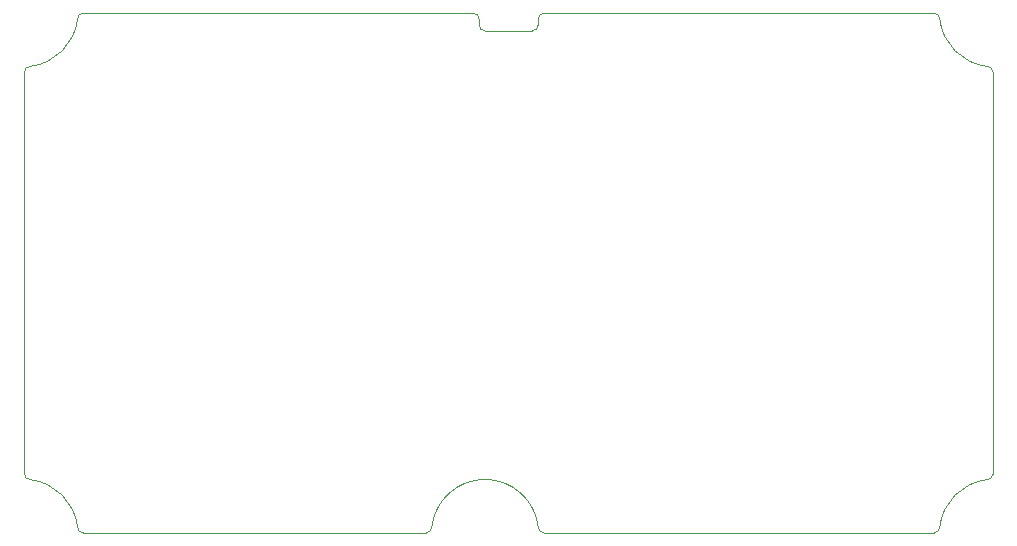
<source format=gbr>
%TF.GenerationSoftware,Altium Limited,Altium Designer,22.6.1 (34)*%
G04 Layer_Color=0*
%FSLAX45Y45*%
%MOMM*%
%TF.SameCoordinates,07F994AE-BB1C-4BEA-A643-928B9DFDCC76*%
%TF.FilePolarity,Positive*%
%TF.FileFunction,Profile,NP*%
%TF.Part,Single*%
G01*
G75*
%TA.AperFunction,Profile*%
%ADD179C,0.02540*%
D179*
X50000Y450000D02*
G02*
X450000Y50000I-50000J-450000D01*
G01*
D02*
G03*
X500000Y0I50000J-0D01*
G01*
X3400000D01*
D02*
G03*
X3450000Y50000I0J50000D01*
G01*
D02*
G02*
X3900000Y452769I450000J-50000D01*
G01*
D02*
G02*
X4350000Y50000I0J-452769D01*
G01*
D02*
G03*
X4400000Y0I50000J0D01*
G01*
X7700000D01*
D02*
G03*
X7750000Y50000I0J50000D01*
G01*
D02*
G02*
X8150000Y450000I450000J-50000D01*
G01*
D02*
G03*
X8200000Y500000I0J50000D01*
G01*
X8200000Y3900000D01*
D02*
G03*
X8150000Y3950000I-50000J-0D01*
G01*
D02*
G02*
X7750000Y4350000I50000J450000D01*
G01*
D02*
G03*
X7700000Y4400000I-50000J0D01*
G01*
X4400000Y4400000D01*
D02*
G03*
X4350000Y4350000I0J-50000D01*
G01*
X4350000Y4300000D01*
D02*
G02*
X4300000Y4250000I-50000J0D01*
G01*
X3900000Y4250000D01*
D02*
G02*
X3850000Y4300000I0J50000D01*
G01*
X3850000Y4350000D01*
D02*
G03*
X3800000Y4400000I-50000J0D01*
G01*
X500000Y4400000D01*
D02*
G03*
X450000Y4350000I0J-50000D01*
G01*
D02*
G02*
X50000Y3950000I-450000J50000D01*
G01*
D02*
G03*
X0Y3900000I-0J-50000D01*
G01*
Y500000D01*
D02*
G03*
X50000Y450000I50000J0D01*
G01*
%TF.MD5,e7c30734bd8dcda2fda74e4e14ff1af2*%
M02*

</source>
